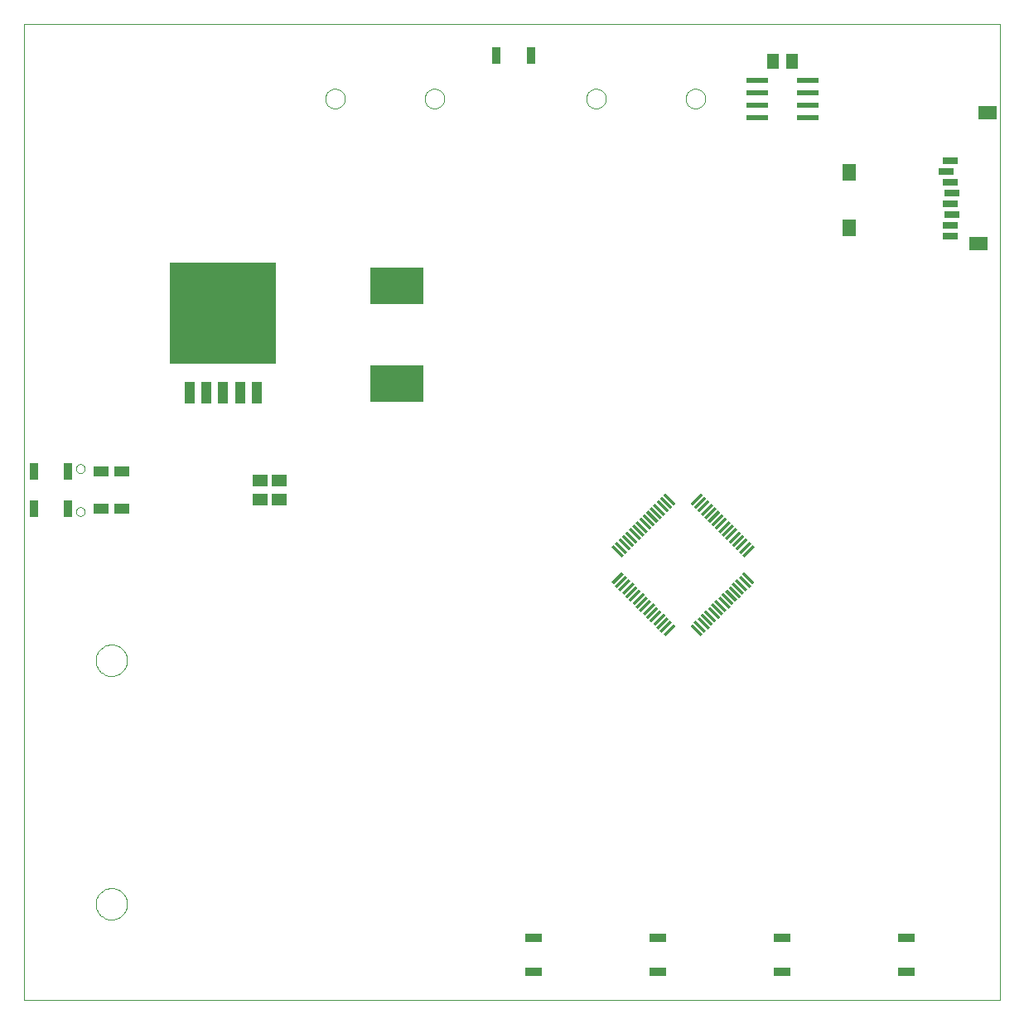
<source format=gtp>
G75*
G70*
%OFA0B0*%
%FSLAX24Y24*%
%IPPOS*%
%LPD*%
%AMOC8*
5,1,8,0,0,1.08239X$1,22.5*
%
%ADD10C,0.0000*%
%ADD11R,0.0700X0.0360*%
%ADD12R,0.0748X0.0551*%
%ADD13R,0.0551X0.0709*%
%ADD14R,0.0591X0.0315*%
%ADD15R,0.0360X0.0700*%
%ADD16R,0.0591X0.0118*%
%ADD17R,0.0118X0.0591*%
%ADD18R,0.0420X0.0860*%
%ADD19R,0.4250X0.4100*%
%ADD20R,0.0866X0.0236*%
%ADD21R,0.2165X0.1516*%
%ADD22R,0.0591X0.0394*%
%ADD23R,0.0630X0.0512*%
%ADD24R,0.0512X0.0630*%
D10*
X005081Y004038D02*
X005081Y043283D01*
X044323Y043283D01*
X044323Y004038D01*
X005081Y004038D01*
X007951Y007888D02*
X007953Y007938D01*
X007959Y007988D01*
X007969Y008037D01*
X007983Y008085D01*
X008000Y008132D01*
X008021Y008177D01*
X008046Y008221D01*
X008074Y008262D01*
X008106Y008301D01*
X008140Y008338D01*
X008177Y008372D01*
X008217Y008402D01*
X008259Y008429D01*
X008303Y008453D01*
X008349Y008474D01*
X008396Y008490D01*
X008444Y008503D01*
X008494Y008512D01*
X008543Y008517D01*
X008594Y008518D01*
X008644Y008515D01*
X008693Y008508D01*
X008742Y008497D01*
X008790Y008482D01*
X008836Y008464D01*
X008881Y008442D01*
X008924Y008416D01*
X008965Y008387D01*
X009004Y008355D01*
X009040Y008320D01*
X009072Y008282D01*
X009102Y008242D01*
X009129Y008199D01*
X009152Y008155D01*
X009171Y008109D01*
X009187Y008061D01*
X009199Y008012D01*
X009207Y007963D01*
X009211Y007913D01*
X009211Y007863D01*
X009207Y007813D01*
X009199Y007764D01*
X009187Y007715D01*
X009171Y007667D01*
X009152Y007621D01*
X009129Y007577D01*
X009102Y007534D01*
X009072Y007494D01*
X009040Y007456D01*
X009004Y007421D01*
X008965Y007389D01*
X008924Y007360D01*
X008881Y007334D01*
X008836Y007312D01*
X008790Y007294D01*
X008742Y007279D01*
X008693Y007268D01*
X008644Y007261D01*
X008594Y007258D01*
X008543Y007259D01*
X008494Y007264D01*
X008444Y007273D01*
X008396Y007286D01*
X008349Y007302D01*
X008303Y007323D01*
X008259Y007347D01*
X008217Y007374D01*
X008177Y007404D01*
X008140Y007438D01*
X008106Y007475D01*
X008074Y007514D01*
X008046Y007555D01*
X008021Y007599D01*
X008000Y007644D01*
X007983Y007691D01*
X007969Y007739D01*
X007959Y007788D01*
X007953Y007838D01*
X007951Y007888D01*
X007951Y017688D02*
X007953Y017738D01*
X007959Y017788D01*
X007969Y017837D01*
X007983Y017885D01*
X008000Y017932D01*
X008021Y017977D01*
X008046Y018021D01*
X008074Y018062D01*
X008106Y018101D01*
X008140Y018138D01*
X008177Y018172D01*
X008217Y018202D01*
X008259Y018229D01*
X008303Y018253D01*
X008349Y018274D01*
X008396Y018290D01*
X008444Y018303D01*
X008494Y018312D01*
X008543Y018317D01*
X008594Y018318D01*
X008644Y018315D01*
X008693Y018308D01*
X008742Y018297D01*
X008790Y018282D01*
X008836Y018264D01*
X008881Y018242D01*
X008924Y018216D01*
X008965Y018187D01*
X009004Y018155D01*
X009040Y018120D01*
X009072Y018082D01*
X009102Y018042D01*
X009129Y017999D01*
X009152Y017955D01*
X009171Y017909D01*
X009187Y017861D01*
X009199Y017812D01*
X009207Y017763D01*
X009211Y017713D01*
X009211Y017663D01*
X009207Y017613D01*
X009199Y017564D01*
X009187Y017515D01*
X009171Y017467D01*
X009152Y017421D01*
X009129Y017377D01*
X009102Y017334D01*
X009072Y017294D01*
X009040Y017256D01*
X009004Y017221D01*
X008965Y017189D01*
X008924Y017160D01*
X008881Y017134D01*
X008836Y017112D01*
X008790Y017094D01*
X008742Y017079D01*
X008693Y017068D01*
X008644Y017061D01*
X008594Y017058D01*
X008543Y017059D01*
X008494Y017064D01*
X008444Y017073D01*
X008396Y017086D01*
X008349Y017102D01*
X008303Y017123D01*
X008259Y017147D01*
X008217Y017174D01*
X008177Y017204D01*
X008140Y017238D01*
X008106Y017275D01*
X008074Y017314D01*
X008046Y017355D01*
X008021Y017399D01*
X008000Y017444D01*
X007983Y017491D01*
X007969Y017539D01*
X007959Y017588D01*
X007953Y017638D01*
X007951Y017688D01*
X007154Y023672D02*
X007156Y023698D01*
X007162Y023724D01*
X007172Y023749D01*
X007185Y023772D01*
X007201Y023792D01*
X007221Y023810D01*
X007243Y023825D01*
X007266Y023837D01*
X007292Y023845D01*
X007318Y023849D01*
X007344Y023849D01*
X007370Y023845D01*
X007396Y023837D01*
X007420Y023825D01*
X007441Y023810D01*
X007461Y023792D01*
X007477Y023772D01*
X007490Y023749D01*
X007500Y023724D01*
X007506Y023698D01*
X007508Y023672D01*
X007506Y023646D01*
X007500Y023620D01*
X007490Y023595D01*
X007477Y023572D01*
X007461Y023552D01*
X007441Y023534D01*
X007419Y023519D01*
X007396Y023507D01*
X007370Y023499D01*
X007344Y023495D01*
X007318Y023495D01*
X007292Y023499D01*
X007266Y023507D01*
X007242Y023519D01*
X007221Y023534D01*
X007201Y023552D01*
X007185Y023572D01*
X007172Y023595D01*
X007162Y023620D01*
X007156Y023646D01*
X007154Y023672D01*
X007154Y025404D02*
X007156Y025430D01*
X007162Y025456D01*
X007172Y025481D01*
X007185Y025504D01*
X007201Y025524D01*
X007221Y025542D01*
X007243Y025557D01*
X007266Y025569D01*
X007292Y025577D01*
X007318Y025581D01*
X007344Y025581D01*
X007370Y025577D01*
X007396Y025569D01*
X007420Y025557D01*
X007441Y025542D01*
X007461Y025524D01*
X007477Y025504D01*
X007490Y025481D01*
X007500Y025456D01*
X007506Y025430D01*
X007508Y025404D01*
X007506Y025378D01*
X007500Y025352D01*
X007490Y025327D01*
X007477Y025304D01*
X007461Y025284D01*
X007441Y025266D01*
X007419Y025251D01*
X007396Y025239D01*
X007370Y025231D01*
X007344Y025227D01*
X007318Y025227D01*
X007292Y025231D01*
X007266Y025239D01*
X007242Y025251D01*
X007221Y025266D01*
X007201Y025284D01*
X007185Y025304D01*
X007172Y025327D01*
X007162Y025352D01*
X007156Y025378D01*
X007154Y025404D01*
X017187Y040288D02*
X017189Y040327D01*
X017195Y040366D01*
X017205Y040404D01*
X017218Y040441D01*
X017235Y040476D01*
X017255Y040510D01*
X017279Y040541D01*
X017306Y040570D01*
X017335Y040596D01*
X017367Y040619D01*
X017401Y040639D01*
X017437Y040655D01*
X017474Y040667D01*
X017513Y040676D01*
X017552Y040681D01*
X017591Y040682D01*
X017630Y040679D01*
X017669Y040672D01*
X017706Y040661D01*
X017743Y040647D01*
X017778Y040629D01*
X017811Y040608D01*
X017842Y040583D01*
X017870Y040556D01*
X017895Y040526D01*
X017917Y040493D01*
X017936Y040459D01*
X017951Y040423D01*
X017963Y040385D01*
X017971Y040347D01*
X017975Y040308D01*
X017975Y040268D01*
X017971Y040229D01*
X017963Y040191D01*
X017951Y040153D01*
X017936Y040117D01*
X017917Y040083D01*
X017895Y040050D01*
X017870Y040020D01*
X017842Y039993D01*
X017811Y039968D01*
X017778Y039947D01*
X017743Y039929D01*
X017706Y039915D01*
X017669Y039904D01*
X017630Y039897D01*
X017591Y039894D01*
X017552Y039895D01*
X017513Y039900D01*
X017474Y039909D01*
X017437Y039921D01*
X017401Y039937D01*
X017367Y039957D01*
X017335Y039980D01*
X017306Y040006D01*
X017279Y040035D01*
X017255Y040066D01*
X017235Y040100D01*
X017218Y040135D01*
X017205Y040172D01*
X017195Y040210D01*
X017189Y040249D01*
X017187Y040288D01*
X021187Y040288D02*
X021189Y040327D01*
X021195Y040366D01*
X021205Y040404D01*
X021218Y040441D01*
X021235Y040476D01*
X021255Y040510D01*
X021279Y040541D01*
X021306Y040570D01*
X021335Y040596D01*
X021367Y040619D01*
X021401Y040639D01*
X021437Y040655D01*
X021474Y040667D01*
X021513Y040676D01*
X021552Y040681D01*
X021591Y040682D01*
X021630Y040679D01*
X021669Y040672D01*
X021706Y040661D01*
X021743Y040647D01*
X021778Y040629D01*
X021811Y040608D01*
X021842Y040583D01*
X021870Y040556D01*
X021895Y040526D01*
X021917Y040493D01*
X021936Y040459D01*
X021951Y040423D01*
X021963Y040385D01*
X021971Y040347D01*
X021975Y040308D01*
X021975Y040268D01*
X021971Y040229D01*
X021963Y040191D01*
X021951Y040153D01*
X021936Y040117D01*
X021917Y040083D01*
X021895Y040050D01*
X021870Y040020D01*
X021842Y039993D01*
X021811Y039968D01*
X021778Y039947D01*
X021743Y039929D01*
X021706Y039915D01*
X021669Y039904D01*
X021630Y039897D01*
X021591Y039894D01*
X021552Y039895D01*
X021513Y039900D01*
X021474Y039909D01*
X021437Y039921D01*
X021401Y039937D01*
X021367Y039957D01*
X021335Y039980D01*
X021306Y040006D01*
X021279Y040035D01*
X021255Y040066D01*
X021235Y040100D01*
X021218Y040135D01*
X021205Y040172D01*
X021195Y040210D01*
X021189Y040249D01*
X021187Y040288D01*
X027687Y040288D02*
X027689Y040327D01*
X027695Y040366D01*
X027705Y040404D01*
X027718Y040441D01*
X027735Y040476D01*
X027755Y040510D01*
X027779Y040541D01*
X027806Y040570D01*
X027835Y040596D01*
X027867Y040619D01*
X027901Y040639D01*
X027937Y040655D01*
X027974Y040667D01*
X028013Y040676D01*
X028052Y040681D01*
X028091Y040682D01*
X028130Y040679D01*
X028169Y040672D01*
X028206Y040661D01*
X028243Y040647D01*
X028278Y040629D01*
X028311Y040608D01*
X028342Y040583D01*
X028370Y040556D01*
X028395Y040526D01*
X028417Y040493D01*
X028436Y040459D01*
X028451Y040423D01*
X028463Y040385D01*
X028471Y040347D01*
X028475Y040308D01*
X028475Y040268D01*
X028471Y040229D01*
X028463Y040191D01*
X028451Y040153D01*
X028436Y040117D01*
X028417Y040083D01*
X028395Y040050D01*
X028370Y040020D01*
X028342Y039993D01*
X028311Y039968D01*
X028278Y039947D01*
X028243Y039929D01*
X028206Y039915D01*
X028169Y039904D01*
X028130Y039897D01*
X028091Y039894D01*
X028052Y039895D01*
X028013Y039900D01*
X027974Y039909D01*
X027937Y039921D01*
X027901Y039937D01*
X027867Y039957D01*
X027835Y039980D01*
X027806Y040006D01*
X027779Y040035D01*
X027755Y040066D01*
X027735Y040100D01*
X027718Y040135D01*
X027705Y040172D01*
X027695Y040210D01*
X027689Y040249D01*
X027687Y040288D01*
X031687Y040288D02*
X031689Y040327D01*
X031695Y040366D01*
X031705Y040404D01*
X031718Y040441D01*
X031735Y040476D01*
X031755Y040510D01*
X031779Y040541D01*
X031806Y040570D01*
X031835Y040596D01*
X031867Y040619D01*
X031901Y040639D01*
X031937Y040655D01*
X031974Y040667D01*
X032013Y040676D01*
X032052Y040681D01*
X032091Y040682D01*
X032130Y040679D01*
X032169Y040672D01*
X032206Y040661D01*
X032243Y040647D01*
X032278Y040629D01*
X032311Y040608D01*
X032342Y040583D01*
X032370Y040556D01*
X032395Y040526D01*
X032417Y040493D01*
X032436Y040459D01*
X032451Y040423D01*
X032463Y040385D01*
X032471Y040347D01*
X032475Y040308D01*
X032475Y040268D01*
X032471Y040229D01*
X032463Y040191D01*
X032451Y040153D01*
X032436Y040117D01*
X032417Y040083D01*
X032395Y040050D01*
X032370Y040020D01*
X032342Y039993D01*
X032311Y039968D01*
X032278Y039947D01*
X032243Y039929D01*
X032206Y039915D01*
X032169Y039904D01*
X032130Y039897D01*
X032091Y039894D01*
X032052Y039895D01*
X032013Y039900D01*
X031974Y039909D01*
X031937Y039921D01*
X031901Y039937D01*
X031867Y039957D01*
X031835Y039980D01*
X031806Y040006D01*
X031779Y040035D01*
X031755Y040066D01*
X031735Y040100D01*
X031718Y040135D01*
X031705Y040172D01*
X031695Y040210D01*
X031689Y040249D01*
X031687Y040288D01*
D11*
X030581Y006538D03*
X030581Y005163D03*
X025581Y005163D03*
X025581Y006538D03*
X035581Y006538D03*
X035581Y005163D03*
X040581Y005163D03*
X040581Y006538D03*
D12*
X043454Y034459D03*
X043847Y039735D03*
D13*
X038276Y037333D03*
X038276Y035089D03*
D14*
X042174Y037369D03*
X042331Y037802D03*
X042331Y036936D03*
X042410Y036503D03*
X042331Y036069D03*
X042410Y035636D03*
X042331Y035203D03*
X042331Y034770D03*
D15*
X025456Y042038D03*
X024081Y042038D03*
X006831Y025288D03*
X006831Y023788D03*
X005456Y023788D03*
X005456Y025288D03*
D16*
G36*
X029200Y021161D02*
X028784Y020745D01*
X028700Y020829D01*
X029116Y021245D01*
X029200Y021161D01*
G37*
G36*
X029339Y021022D02*
X028923Y020606D01*
X028839Y020690D01*
X029255Y021106D01*
X029339Y021022D01*
G37*
G36*
X029479Y020883D02*
X029063Y020467D01*
X028979Y020551D01*
X029395Y020967D01*
X029479Y020883D01*
G37*
G36*
X029618Y020744D02*
X029202Y020328D01*
X029118Y020412D01*
X029534Y020828D01*
X029618Y020744D01*
G37*
G36*
X029757Y020604D02*
X029341Y020188D01*
X029257Y020272D01*
X029673Y020688D01*
X029757Y020604D01*
G37*
G36*
X029896Y020465D02*
X029480Y020049D01*
X029396Y020133D01*
X029812Y020549D01*
X029896Y020465D01*
G37*
G36*
X030035Y020326D02*
X029619Y019910D01*
X029535Y019994D01*
X029951Y020410D01*
X030035Y020326D01*
G37*
G36*
X030175Y020187D02*
X029759Y019771D01*
X029675Y019855D01*
X030091Y020271D01*
X030175Y020187D01*
G37*
G36*
X030314Y020048D02*
X029898Y019632D01*
X029814Y019716D01*
X030230Y020132D01*
X030314Y020048D01*
G37*
G36*
X030453Y019908D02*
X030037Y019492D01*
X029953Y019576D01*
X030369Y019992D01*
X030453Y019908D01*
G37*
G36*
X030592Y019769D02*
X030176Y019353D01*
X030092Y019437D01*
X030508Y019853D01*
X030592Y019769D01*
G37*
G36*
X030731Y019630D02*
X030315Y019214D01*
X030231Y019298D01*
X030647Y019714D01*
X030731Y019630D01*
G37*
G36*
X030871Y019491D02*
X030455Y019075D01*
X030371Y019159D01*
X030787Y019575D01*
X030871Y019491D01*
G37*
G36*
X031010Y019352D02*
X030594Y018936D01*
X030510Y019020D01*
X030926Y019436D01*
X031010Y019352D01*
G37*
G36*
X031149Y019212D02*
X030733Y018796D01*
X030649Y018880D01*
X031065Y019296D01*
X031149Y019212D01*
G37*
G36*
X031288Y019073D02*
X030872Y018657D01*
X030788Y018741D01*
X031204Y019157D01*
X031288Y019073D01*
G37*
G36*
X034462Y022247D02*
X034046Y021831D01*
X033962Y021915D01*
X034378Y022331D01*
X034462Y022247D01*
G37*
G36*
X034323Y022386D02*
X033907Y021970D01*
X033823Y022054D01*
X034239Y022470D01*
X034323Y022386D01*
G37*
G36*
X034183Y022525D02*
X033767Y022109D01*
X033683Y022193D01*
X034099Y022609D01*
X034183Y022525D01*
G37*
G36*
X034044Y022664D02*
X033628Y022248D01*
X033544Y022332D01*
X033960Y022748D01*
X034044Y022664D01*
G37*
G36*
X033905Y022804D02*
X033489Y022388D01*
X033405Y022472D01*
X033821Y022888D01*
X033905Y022804D01*
G37*
G36*
X033766Y022943D02*
X033350Y022527D01*
X033266Y022611D01*
X033682Y023027D01*
X033766Y022943D01*
G37*
G36*
X033627Y023082D02*
X033211Y022666D01*
X033127Y022750D01*
X033543Y023166D01*
X033627Y023082D01*
G37*
G36*
X033487Y023221D02*
X033071Y022805D01*
X032987Y022889D01*
X033403Y023305D01*
X033487Y023221D01*
G37*
G36*
X033348Y023360D02*
X032932Y022944D01*
X032848Y023028D01*
X033264Y023444D01*
X033348Y023360D01*
G37*
G36*
X033209Y023500D02*
X032793Y023084D01*
X032709Y023168D01*
X033125Y023584D01*
X033209Y023500D01*
G37*
G36*
X033070Y023639D02*
X032654Y023223D01*
X032570Y023307D01*
X032986Y023723D01*
X033070Y023639D01*
G37*
G36*
X032931Y023778D02*
X032515Y023362D01*
X032431Y023446D01*
X032847Y023862D01*
X032931Y023778D01*
G37*
G36*
X032791Y023917D02*
X032375Y023501D01*
X032291Y023585D01*
X032707Y024001D01*
X032791Y023917D01*
G37*
G36*
X032652Y024056D02*
X032236Y023640D01*
X032152Y023724D01*
X032568Y024140D01*
X032652Y024056D01*
G37*
G36*
X032513Y024196D02*
X032097Y023780D01*
X032013Y023864D01*
X032429Y024280D01*
X032513Y024196D01*
G37*
G36*
X032374Y024335D02*
X031958Y023919D01*
X031874Y024003D01*
X032290Y024419D01*
X032374Y024335D01*
G37*
D17*
G36*
X031288Y024003D02*
X031204Y023919D01*
X030788Y024335D01*
X030872Y024419D01*
X031288Y024003D01*
G37*
G36*
X031149Y023864D02*
X031065Y023780D01*
X030649Y024196D01*
X030733Y024280D01*
X031149Y023864D01*
G37*
G36*
X031010Y023724D02*
X030926Y023640D01*
X030510Y024056D01*
X030594Y024140D01*
X031010Y023724D01*
G37*
G36*
X030871Y023585D02*
X030787Y023501D01*
X030371Y023917D01*
X030455Y024001D01*
X030871Y023585D01*
G37*
G36*
X030731Y023446D02*
X030647Y023362D01*
X030231Y023778D01*
X030315Y023862D01*
X030731Y023446D01*
G37*
G36*
X030592Y023307D02*
X030508Y023223D01*
X030092Y023639D01*
X030176Y023723D01*
X030592Y023307D01*
G37*
G36*
X030453Y023168D02*
X030369Y023084D01*
X029953Y023500D01*
X030037Y023584D01*
X030453Y023168D01*
G37*
G36*
X030314Y023028D02*
X030230Y022944D01*
X029814Y023360D01*
X029898Y023444D01*
X030314Y023028D01*
G37*
G36*
X030175Y022889D02*
X030091Y022805D01*
X029675Y023221D01*
X029759Y023305D01*
X030175Y022889D01*
G37*
G36*
X030035Y022750D02*
X029951Y022666D01*
X029535Y023082D01*
X029619Y023166D01*
X030035Y022750D01*
G37*
G36*
X029896Y022611D02*
X029812Y022527D01*
X029396Y022943D01*
X029480Y023027D01*
X029896Y022611D01*
G37*
G36*
X029757Y022472D02*
X029673Y022388D01*
X029257Y022804D01*
X029341Y022888D01*
X029757Y022472D01*
G37*
G36*
X029618Y022332D02*
X029534Y022248D01*
X029118Y022664D01*
X029202Y022748D01*
X029618Y022332D01*
G37*
G36*
X029479Y022193D02*
X029395Y022109D01*
X028979Y022525D01*
X029063Y022609D01*
X029479Y022193D01*
G37*
G36*
X029339Y022054D02*
X029255Y021970D01*
X028839Y022386D01*
X028923Y022470D01*
X029339Y022054D01*
G37*
G36*
X029200Y021915D02*
X029116Y021831D01*
X028700Y022247D01*
X028784Y022331D01*
X029200Y021915D01*
G37*
G36*
X032374Y018741D02*
X032290Y018657D01*
X031874Y019073D01*
X031958Y019157D01*
X032374Y018741D01*
G37*
G36*
X032513Y018880D02*
X032429Y018796D01*
X032013Y019212D01*
X032097Y019296D01*
X032513Y018880D01*
G37*
G36*
X032652Y019020D02*
X032568Y018936D01*
X032152Y019352D01*
X032236Y019436D01*
X032652Y019020D01*
G37*
G36*
X032791Y019159D02*
X032707Y019075D01*
X032291Y019491D01*
X032375Y019575D01*
X032791Y019159D01*
G37*
G36*
X032931Y019298D02*
X032847Y019214D01*
X032431Y019630D01*
X032515Y019714D01*
X032931Y019298D01*
G37*
G36*
X033070Y019437D02*
X032986Y019353D01*
X032570Y019769D01*
X032654Y019853D01*
X033070Y019437D01*
G37*
G36*
X033209Y019576D02*
X033125Y019492D01*
X032709Y019908D01*
X032793Y019992D01*
X033209Y019576D01*
G37*
G36*
X033348Y019716D02*
X033264Y019632D01*
X032848Y020048D01*
X032932Y020132D01*
X033348Y019716D01*
G37*
G36*
X033487Y019855D02*
X033403Y019771D01*
X032987Y020187D01*
X033071Y020271D01*
X033487Y019855D01*
G37*
G36*
X033627Y019994D02*
X033543Y019910D01*
X033127Y020326D01*
X033211Y020410D01*
X033627Y019994D01*
G37*
G36*
X033766Y020133D02*
X033682Y020049D01*
X033266Y020465D01*
X033350Y020549D01*
X033766Y020133D01*
G37*
G36*
X033905Y020272D02*
X033821Y020188D01*
X033405Y020604D01*
X033489Y020688D01*
X033905Y020272D01*
G37*
G36*
X034044Y020412D02*
X033960Y020328D01*
X033544Y020744D01*
X033628Y020828D01*
X034044Y020412D01*
G37*
G36*
X034183Y020551D02*
X034099Y020467D01*
X033683Y020883D01*
X033767Y020967D01*
X034183Y020551D01*
G37*
G36*
X034323Y020690D02*
X034239Y020606D01*
X033823Y021022D01*
X033907Y021106D01*
X034323Y020690D01*
G37*
G36*
X034462Y020829D02*
X034378Y020745D01*
X033962Y021161D01*
X034046Y021245D01*
X034462Y020829D01*
G37*
D18*
X014421Y028460D03*
X013751Y028460D03*
X013081Y028460D03*
X012411Y028460D03*
X011741Y028460D03*
D19*
X013081Y031643D03*
D20*
X034557Y039538D03*
X034557Y040038D03*
X034557Y040538D03*
X034557Y041038D03*
X036605Y041038D03*
X036605Y040538D03*
X036605Y040038D03*
X036605Y039538D03*
D21*
X020081Y032747D03*
X020081Y028829D03*
D22*
X008995Y025288D03*
X008167Y025288D03*
X008167Y023788D03*
X008995Y023788D03*
D23*
X014581Y024144D03*
X015331Y024144D03*
X015331Y024932D03*
X014581Y024932D03*
D24*
X035187Y041788D03*
X035975Y041788D03*
M02*

</source>
